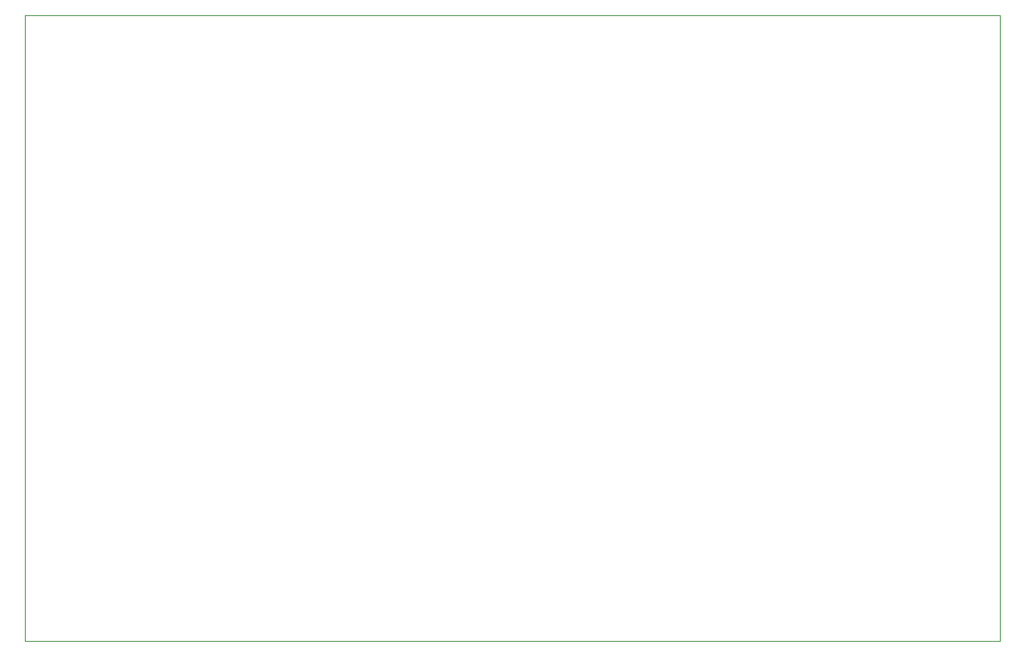
<source format=gbr>
%TF.GenerationSoftware,KiCad,Pcbnew,9.0.2*%
%TF.CreationDate,2025-07-07T09:36:45+02:00*%
%TF.ProjectId,luaos,6c75616f-732e-46b6-9963-61645f706362,rev?*%
%TF.SameCoordinates,Original*%
%TF.FileFunction,Profile,NP*%
%FSLAX46Y46*%
G04 Gerber Fmt 4.6, Leading zero omitted, Abs format (unit mm)*
G04 Created by KiCad (PCBNEW 9.0.2) date 2025-07-07 09:36:45*
%MOMM*%
%LPD*%
G01*
G04 APERTURE LIST*
%TA.AperFunction,Profile*%
%ADD10C,0.050000*%
%TD*%
G04 APERTURE END LIST*
D10*
X144780000Y-138430000D02*
X42000000Y-138430000D01*
X42000000Y-138430000D02*
X42000000Y-72390000D01*
X144780000Y-72390000D02*
X144780000Y-138430000D01*
X42000000Y-72390000D02*
X144780000Y-72390000D01*
M02*

</source>
